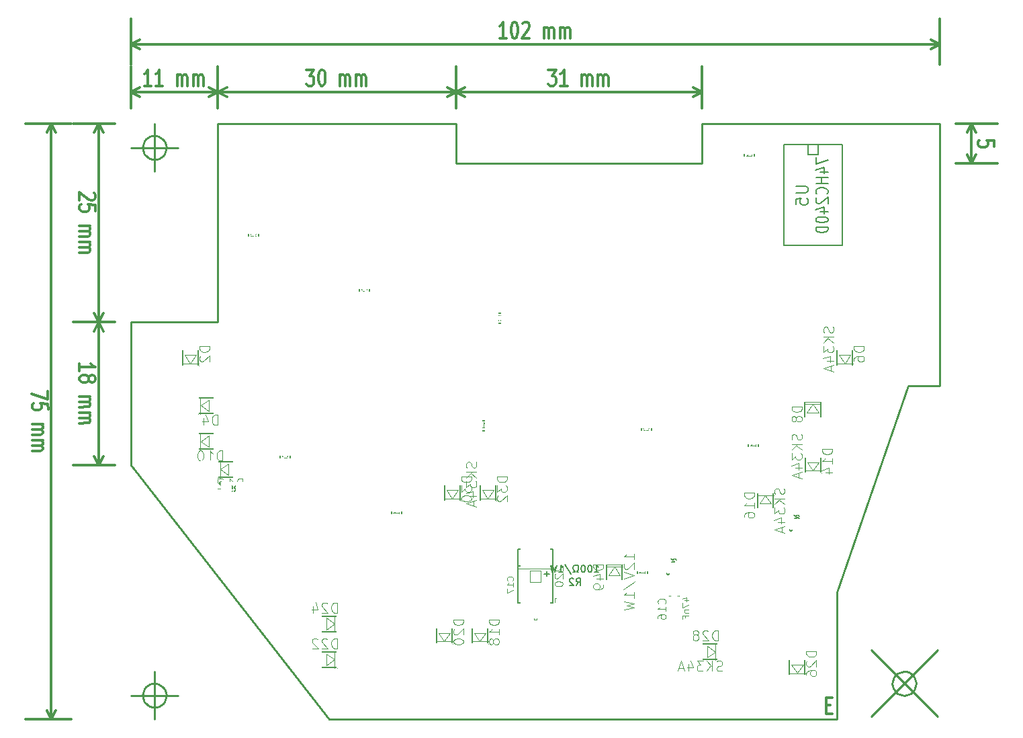
<source format=gbo>
G04 (created by PCBNEW-RS274X (2011-07-20 BZR 3052)-testing) date 2011-07-21 16:28:03*
G01*
G70*
G90*
%MOIN*%
G04 Gerber Fmt 3.4, Leading zero omitted, Abs format*
%FSLAX34Y34*%
G04 APERTURE LIST*
%ADD10C,0.006000*%
%ADD11C,0.012000*%
%ADD12C,0.008700*%
%ADD13C,0.005000*%
%ADD14C,0.008000*%
%ADD15C,0.002600*%
%ADD16C,0.007900*%
%ADD17C,0.007000*%
%ADD18C,0.004000*%
%ADD19C,0.004500*%
%ADD20C,0.003500*%
%ADD21C,0.180000*%
%ADD22R,0.070000X0.040000*%
%ADD23R,0.180000X0.100000*%
%ADD24R,0.075000X0.055000*%
%ADD25R,0.055000X0.075000*%
%ADD26R,0.065000X0.045000*%
%ADD27R,0.045000X0.065000*%
%ADD28R,0.072000X0.072000*%
%ADD29C,0.072000*%
%ADD30C,0.080000*%
%ADD31R,0.080000X0.080000*%
%ADD32R,0.086900X0.090800*%
%ADD33R,0.090800X0.086900*%
%ADD34R,0.145000X0.170000*%
%ADD35R,0.080000X0.070000*%
%ADD36R,0.120000X0.120000*%
%ADD37C,0.120000*%
G04 APERTURE END LIST*
G54D10*
G54D11*
X48298Y-42622D02*
X48498Y-42622D01*
X48584Y-43041D02*
X48298Y-43041D01*
X48298Y-42241D01*
X48584Y-42241D01*
G54D12*
X52363Y-26772D02*
X48819Y-37008D01*
X52756Y-41536D02*
X52744Y-41650D01*
X52711Y-41760D01*
X52657Y-41862D01*
X52584Y-41951D01*
X52495Y-42025D01*
X52394Y-42079D01*
X52284Y-42113D01*
X52170Y-42125D01*
X52056Y-42115D01*
X51945Y-42083D01*
X51843Y-42029D01*
X51754Y-41957D01*
X51680Y-41869D01*
X51624Y-41768D01*
X51589Y-41658D01*
X51577Y-41544D01*
X51586Y-41430D01*
X51618Y-41319D01*
X51671Y-41217D01*
X51742Y-41127D01*
X51830Y-41052D01*
X51930Y-40996D01*
X52040Y-40960D01*
X52154Y-40947D01*
X52268Y-40955D01*
X52379Y-40986D01*
X52482Y-41038D01*
X52572Y-41109D01*
X52648Y-41196D01*
X52704Y-41297D01*
X52741Y-41406D01*
X52755Y-41520D01*
X52756Y-41536D01*
X50513Y-39883D02*
X53819Y-43189D01*
X50513Y-43189D02*
X53819Y-39883D01*
X15551Y-42126D02*
X15539Y-42240D01*
X15506Y-42350D01*
X15452Y-42452D01*
X15379Y-42541D01*
X15290Y-42615D01*
X15189Y-42669D01*
X15079Y-42703D01*
X14965Y-42715D01*
X14851Y-42705D01*
X14740Y-42673D01*
X14638Y-42619D01*
X14549Y-42547D01*
X14475Y-42459D01*
X14419Y-42358D01*
X14384Y-42248D01*
X14372Y-42134D01*
X14381Y-42020D01*
X14413Y-41909D01*
X14466Y-41807D01*
X14537Y-41717D01*
X14625Y-41642D01*
X14725Y-41586D01*
X14835Y-41550D01*
X14949Y-41537D01*
X15063Y-41545D01*
X15174Y-41576D01*
X15277Y-41628D01*
X15367Y-41699D01*
X15443Y-41786D01*
X15499Y-41887D01*
X15536Y-41996D01*
X15550Y-42110D01*
X15551Y-42126D01*
X13780Y-42126D02*
X16142Y-42126D01*
X14961Y-40945D02*
X14961Y-43307D01*
X15551Y-14961D02*
X15539Y-15075D01*
X15506Y-15185D01*
X15452Y-15287D01*
X15379Y-15376D01*
X15290Y-15450D01*
X15189Y-15504D01*
X15079Y-15538D01*
X14965Y-15550D01*
X14851Y-15540D01*
X14740Y-15508D01*
X14638Y-15454D01*
X14549Y-15382D01*
X14475Y-15294D01*
X14419Y-15193D01*
X14384Y-15083D01*
X14372Y-14969D01*
X14381Y-14855D01*
X14413Y-14744D01*
X14466Y-14642D01*
X14537Y-14552D01*
X14625Y-14477D01*
X14725Y-14421D01*
X14835Y-14385D01*
X14949Y-14372D01*
X15063Y-14380D01*
X15174Y-14411D01*
X15277Y-14463D01*
X15367Y-14534D01*
X15443Y-14621D01*
X15499Y-14722D01*
X15536Y-14831D01*
X15550Y-14945D01*
X15551Y-14961D01*
X13780Y-14961D02*
X16142Y-14961D01*
X14961Y-13780D02*
X14961Y-16142D01*
G54D11*
X09677Y-27030D02*
X09678Y-27430D01*
X08878Y-27175D01*
X09679Y-27944D02*
X09678Y-27658D01*
X09297Y-27630D01*
X09335Y-27659D01*
X09374Y-27716D01*
X09374Y-27859D01*
X09336Y-27916D01*
X09298Y-27945D01*
X09222Y-27973D01*
X09032Y-27973D01*
X08955Y-27945D01*
X08917Y-27917D01*
X08879Y-27860D01*
X08879Y-27717D01*
X08916Y-27660D01*
X08954Y-27630D01*
X08880Y-28688D02*
X09414Y-28687D01*
X09337Y-28687D02*
X09375Y-28715D01*
X09414Y-28773D01*
X09415Y-28858D01*
X09376Y-28915D01*
X09300Y-28944D01*
X08881Y-28945D01*
X09300Y-28944D02*
X09376Y-28973D01*
X09415Y-29030D01*
X09415Y-29115D01*
X09376Y-29173D01*
X09300Y-29201D01*
X08881Y-29202D01*
X08882Y-29488D02*
X09416Y-29487D01*
X09339Y-29487D02*
X09377Y-29515D01*
X09416Y-29573D01*
X09416Y-29658D01*
X09377Y-29715D01*
X09301Y-29744D01*
X08882Y-29745D01*
X09301Y-29744D02*
X09377Y-29773D01*
X09416Y-29830D01*
X09416Y-29915D01*
X09377Y-29973D01*
X09302Y-30001D01*
X08883Y-30002D01*
X09844Y-13780D02*
X09844Y-43308D01*
X10827Y-13780D02*
X08564Y-13780D01*
X10827Y-43308D02*
X08564Y-43308D01*
X09844Y-43308D02*
X09614Y-42865D01*
X09844Y-43308D02*
X10074Y-42865D01*
X09844Y-13780D02*
X09614Y-14223D01*
X09844Y-13780D02*
X10074Y-14223D01*
X56627Y-14907D02*
X56627Y-14621D01*
X56246Y-14593D01*
X56284Y-14622D01*
X56322Y-14679D01*
X56322Y-14822D01*
X56284Y-14879D01*
X56246Y-14908D01*
X56170Y-14936D01*
X55980Y-14936D01*
X55903Y-14908D01*
X55865Y-14879D01*
X55827Y-14823D01*
X55827Y-14680D01*
X55865Y-14622D01*
X55903Y-14593D01*
X55511Y-13780D02*
X55511Y-15749D01*
X54725Y-13780D02*
X56791Y-13780D01*
X54725Y-15749D02*
X56791Y-15749D01*
X55511Y-15749D02*
X55281Y-15306D01*
X55511Y-15749D02*
X55741Y-15306D01*
X55511Y-13780D02*
X55281Y-14223D01*
X55511Y-13780D02*
X55741Y-14223D01*
X11240Y-26025D02*
X11239Y-25682D01*
X11240Y-25854D02*
X12040Y-25852D01*
X11926Y-25795D01*
X11850Y-25738D01*
X11811Y-25681D01*
X11698Y-26367D02*
X11736Y-26309D01*
X11774Y-26281D01*
X11850Y-26252D01*
X11888Y-26251D01*
X11964Y-26280D01*
X12003Y-26308D01*
X12041Y-26366D01*
X12041Y-26480D01*
X12003Y-26537D01*
X11965Y-26566D01*
X11889Y-26594D01*
X11851Y-26595D01*
X11775Y-26567D01*
X11736Y-26538D01*
X11698Y-26481D01*
X11698Y-26367D01*
X11660Y-26309D01*
X11621Y-26281D01*
X11545Y-26252D01*
X11393Y-26252D01*
X11316Y-26281D01*
X11279Y-26310D01*
X11241Y-26368D01*
X11241Y-26482D01*
X11279Y-26539D01*
X11317Y-26567D01*
X11394Y-26595D01*
X11546Y-26595D01*
X11622Y-26567D01*
X11660Y-26538D01*
X11698Y-26481D01*
X11242Y-27310D02*
X11776Y-27309D01*
X11699Y-27309D02*
X11737Y-27337D01*
X11776Y-27395D01*
X11777Y-27480D01*
X11738Y-27537D01*
X11662Y-27566D01*
X11243Y-27567D01*
X11662Y-27566D02*
X11738Y-27595D01*
X11777Y-27652D01*
X11777Y-27737D01*
X11738Y-27795D01*
X11662Y-27823D01*
X11243Y-27824D01*
X11244Y-28110D02*
X11778Y-28109D01*
X11701Y-28109D02*
X11739Y-28137D01*
X11778Y-28195D01*
X11778Y-28280D01*
X11739Y-28337D01*
X11663Y-28366D01*
X11244Y-28367D01*
X11663Y-28366D02*
X11739Y-28395D01*
X11778Y-28452D01*
X11778Y-28537D01*
X11739Y-28595D01*
X11664Y-28623D01*
X11245Y-28624D01*
X12206Y-23623D02*
X12206Y-30709D01*
X12993Y-23623D02*
X10926Y-23623D01*
X12993Y-30709D02*
X10926Y-30709D01*
X12206Y-30709D02*
X11976Y-30266D01*
X12206Y-30709D02*
X12436Y-30266D01*
X12206Y-23623D02*
X11976Y-24066D01*
X12206Y-23623D02*
X12436Y-24066D01*
X11963Y-17215D02*
X12001Y-17244D01*
X12040Y-17301D01*
X12040Y-17444D01*
X12002Y-17501D01*
X11964Y-17530D01*
X11888Y-17558D01*
X11812Y-17559D01*
X11697Y-17531D01*
X11239Y-17189D01*
X11240Y-17560D01*
X12041Y-18101D02*
X12040Y-17815D01*
X11659Y-17787D01*
X11697Y-17816D01*
X11736Y-17873D01*
X11736Y-18016D01*
X11698Y-18073D01*
X11660Y-18102D01*
X11584Y-18130D01*
X11394Y-18130D01*
X11317Y-18102D01*
X11279Y-18074D01*
X11241Y-18017D01*
X11241Y-17874D01*
X11278Y-17817D01*
X11316Y-17787D01*
X11242Y-18845D02*
X11776Y-18844D01*
X11699Y-18844D02*
X11737Y-18872D01*
X11776Y-18930D01*
X11777Y-19015D01*
X11738Y-19072D01*
X11662Y-19101D01*
X11243Y-19102D01*
X11662Y-19101D02*
X11738Y-19130D01*
X11777Y-19187D01*
X11777Y-19272D01*
X11738Y-19330D01*
X11662Y-19358D01*
X11243Y-19359D01*
X11244Y-19645D02*
X11778Y-19644D01*
X11701Y-19644D02*
X11739Y-19672D01*
X11778Y-19730D01*
X11778Y-19815D01*
X11739Y-19872D01*
X11663Y-19901D01*
X11244Y-19902D01*
X11663Y-19901D02*
X11739Y-19930D01*
X11778Y-19987D01*
X11778Y-20072D01*
X11739Y-20130D01*
X11664Y-20158D01*
X11245Y-20159D01*
X12206Y-13780D02*
X12206Y-23623D01*
X12993Y-13780D02*
X10926Y-13780D01*
X12993Y-23623D02*
X10926Y-23623D01*
X12206Y-23623D02*
X11976Y-23180D01*
X12206Y-23623D02*
X12436Y-23180D01*
X12206Y-13780D02*
X11976Y-14223D01*
X12206Y-13780D02*
X12436Y-14223D01*
X32430Y-09528D02*
X32087Y-09528D01*
X32259Y-09528D02*
X32259Y-08728D01*
X32202Y-08842D01*
X32144Y-08918D01*
X32087Y-08956D01*
X32801Y-08728D02*
X32858Y-08728D01*
X32915Y-08766D01*
X32944Y-08804D01*
X32973Y-08880D01*
X33001Y-09033D01*
X33001Y-09223D01*
X32973Y-09375D01*
X32944Y-09452D01*
X32915Y-09490D01*
X32858Y-09528D01*
X32801Y-09528D01*
X32744Y-09490D01*
X32715Y-09452D01*
X32687Y-09375D01*
X32658Y-09223D01*
X32658Y-09033D01*
X32687Y-08880D01*
X32715Y-08804D01*
X32744Y-08766D01*
X32801Y-08728D01*
X33229Y-08804D02*
X33258Y-08766D01*
X33315Y-08728D01*
X33458Y-08728D01*
X33515Y-08766D01*
X33544Y-08804D01*
X33572Y-08880D01*
X33572Y-08956D01*
X33544Y-09071D01*
X33201Y-09528D01*
X33572Y-09528D01*
X34286Y-09528D02*
X34286Y-08994D01*
X34286Y-09071D02*
X34314Y-09033D01*
X34372Y-08994D01*
X34457Y-08994D01*
X34514Y-09033D01*
X34543Y-09109D01*
X34543Y-09528D01*
X34543Y-09109D02*
X34572Y-09033D01*
X34629Y-08994D01*
X34714Y-08994D01*
X34772Y-09033D01*
X34800Y-09109D01*
X34800Y-09528D01*
X35086Y-09528D02*
X35086Y-08994D01*
X35086Y-09071D02*
X35114Y-09033D01*
X35172Y-08994D01*
X35257Y-08994D01*
X35314Y-09033D01*
X35343Y-09109D01*
X35343Y-09528D01*
X35343Y-09109D02*
X35372Y-09033D01*
X35429Y-08994D01*
X35514Y-08994D01*
X35572Y-09033D01*
X35600Y-09109D01*
X35600Y-09528D01*
X13780Y-09844D02*
X53937Y-09844D01*
X13780Y-10827D02*
X13780Y-08564D01*
X53937Y-10827D02*
X53937Y-08564D01*
X53937Y-09844D02*
X53494Y-10074D01*
X53937Y-09844D02*
X53494Y-09614D01*
X13780Y-09844D02*
X14223Y-10074D01*
X13780Y-09844D02*
X14223Y-09614D01*
X34511Y-11090D02*
X34882Y-11090D01*
X34682Y-11395D01*
X34768Y-11395D01*
X34825Y-11433D01*
X34854Y-11471D01*
X34882Y-11547D01*
X34882Y-11737D01*
X34854Y-11814D01*
X34825Y-11852D01*
X34768Y-11890D01*
X34596Y-11890D01*
X34539Y-11852D01*
X34511Y-11814D01*
X35453Y-11890D02*
X35110Y-11890D01*
X35282Y-11890D02*
X35282Y-11090D01*
X35225Y-11204D01*
X35167Y-11280D01*
X35110Y-11318D01*
X36167Y-11890D02*
X36167Y-11356D01*
X36167Y-11433D02*
X36195Y-11395D01*
X36253Y-11356D01*
X36338Y-11356D01*
X36395Y-11395D01*
X36424Y-11471D01*
X36424Y-11890D01*
X36424Y-11471D02*
X36453Y-11395D01*
X36510Y-11356D01*
X36595Y-11356D01*
X36653Y-11395D01*
X36681Y-11471D01*
X36681Y-11890D01*
X36967Y-11890D02*
X36967Y-11356D01*
X36967Y-11433D02*
X36995Y-11395D01*
X37053Y-11356D01*
X37138Y-11356D01*
X37195Y-11395D01*
X37224Y-11471D01*
X37224Y-11890D01*
X37224Y-11471D02*
X37253Y-11395D01*
X37310Y-11356D01*
X37395Y-11356D01*
X37453Y-11395D01*
X37481Y-11471D01*
X37481Y-11890D01*
X29922Y-12206D02*
X42126Y-12206D01*
X29922Y-12993D02*
X29922Y-10926D01*
X42126Y-12993D02*
X42126Y-10926D01*
X42126Y-12206D02*
X41683Y-12436D01*
X42126Y-12206D02*
X41683Y-11976D01*
X29922Y-12206D02*
X30365Y-12436D01*
X29922Y-12206D02*
X30365Y-11976D01*
X22503Y-11090D02*
X22874Y-11090D01*
X22674Y-11395D01*
X22760Y-11395D01*
X22817Y-11433D01*
X22846Y-11471D01*
X22874Y-11547D01*
X22874Y-11737D01*
X22846Y-11814D01*
X22817Y-11852D01*
X22760Y-11890D01*
X22588Y-11890D01*
X22531Y-11852D01*
X22503Y-11814D01*
X23245Y-11090D02*
X23302Y-11090D01*
X23359Y-11128D01*
X23388Y-11166D01*
X23417Y-11242D01*
X23445Y-11395D01*
X23445Y-11585D01*
X23417Y-11737D01*
X23388Y-11814D01*
X23359Y-11852D01*
X23302Y-11890D01*
X23245Y-11890D01*
X23188Y-11852D01*
X23159Y-11814D01*
X23131Y-11737D01*
X23102Y-11585D01*
X23102Y-11395D01*
X23131Y-11242D01*
X23159Y-11166D01*
X23188Y-11128D01*
X23245Y-11090D01*
X24159Y-11890D02*
X24159Y-11356D01*
X24159Y-11433D02*
X24187Y-11395D01*
X24245Y-11356D01*
X24330Y-11356D01*
X24387Y-11395D01*
X24416Y-11471D01*
X24416Y-11890D01*
X24416Y-11471D02*
X24445Y-11395D01*
X24502Y-11356D01*
X24587Y-11356D01*
X24645Y-11395D01*
X24673Y-11471D01*
X24673Y-11890D01*
X24959Y-11890D02*
X24959Y-11356D01*
X24959Y-11433D02*
X24987Y-11395D01*
X25045Y-11356D01*
X25130Y-11356D01*
X25187Y-11395D01*
X25216Y-11471D01*
X25216Y-11890D01*
X25216Y-11471D02*
X25245Y-11395D01*
X25302Y-11356D01*
X25387Y-11356D01*
X25445Y-11395D01*
X25473Y-11471D01*
X25473Y-11890D01*
X18111Y-12206D02*
X29922Y-12206D01*
X18111Y-12993D02*
X18111Y-10926D01*
X29922Y-12993D02*
X29922Y-10926D01*
X29922Y-12206D02*
X29479Y-12436D01*
X29922Y-12206D02*
X29479Y-11976D01*
X18111Y-12206D02*
X18554Y-12436D01*
X18111Y-12206D02*
X18554Y-11976D01*
G54D12*
X42126Y-15749D02*
X29922Y-15749D01*
X42126Y-13780D02*
X42126Y-15749D01*
X53937Y-13780D02*
X42126Y-13780D01*
X29922Y-13780D02*
X29922Y-15749D01*
X18111Y-13780D02*
X29922Y-13780D01*
X18111Y-21654D02*
X18111Y-13780D01*
X53937Y-26772D02*
X53937Y-13780D01*
X52363Y-26772D02*
X53937Y-26772D01*
X48819Y-37008D02*
X48819Y-43308D01*
X37796Y-43308D02*
X48819Y-43308D01*
X23623Y-43308D02*
X33859Y-43308D01*
G54D11*
X14803Y-11890D02*
X14460Y-11890D01*
X14632Y-11890D02*
X14632Y-11090D01*
X14575Y-11204D01*
X14517Y-11280D01*
X14460Y-11318D01*
X15374Y-11890D02*
X15031Y-11890D01*
X15203Y-11890D02*
X15203Y-11090D01*
X15146Y-11204D01*
X15088Y-11280D01*
X15031Y-11318D01*
X16088Y-11890D02*
X16088Y-11356D01*
X16088Y-11433D02*
X16116Y-11395D01*
X16174Y-11356D01*
X16259Y-11356D01*
X16316Y-11395D01*
X16345Y-11471D01*
X16345Y-11890D01*
X16345Y-11471D02*
X16374Y-11395D01*
X16431Y-11356D01*
X16516Y-11356D01*
X16574Y-11395D01*
X16602Y-11471D01*
X16602Y-11890D01*
X16888Y-11890D02*
X16888Y-11356D01*
X16888Y-11433D02*
X16916Y-11395D01*
X16974Y-11356D01*
X17059Y-11356D01*
X17116Y-11395D01*
X17145Y-11471D01*
X17145Y-11890D01*
X17145Y-11471D02*
X17174Y-11395D01*
X17231Y-11356D01*
X17316Y-11356D01*
X17374Y-11395D01*
X17402Y-11471D01*
X17402Y-11890D01*
X13780Y-12206D02*
X18111Y-12206D01*
X13780Y-12993D02*
X13780Y-10926D01*
X18111Y-12993D02*
X18111Y-10926D01*
X18111Y-12206D02*
X17668Y-12436D01*
X18111Y-12206D02*
X17668Y-11976D01*
X13780Y-12206D02*
X14223Y-12436D01*
X13780Y-12206D02*
X14223Y-11976D01*
G54D12*
X33859Y-43308D02*
X37796Y-43308D01*
X23623Y-43308D02*
X13780Y-30709D01*
X13780Y-23623D02*
X13780Y-30709D01*
X18111Y-23623D02*
X13780Y-23623D01*
X18111Y-21654D02*
X18111Y-23623D01*
G54D13*
X49088Y-19823D02*
X46188Y-19823D01*
X46188Y-14823D02*
X49088Y-14823D01*
X49088Y-19823D02*
X49088Y-14823D01*
X46188Y-14823D02*
X46188Y-19823D01*
X47388Y-14823D02*
X47388Y-15323D01*
X47388Y-15323D02*
X47888Y-15323D01*
X47888Y-15323D02*
X47888Y-14823D01*
G54D14*
X34977Y-34671D02*
X34977Y-35571D01*
X36677Y-35571D02*
X36677Y-34671D01*
X34977Y-36871D02*
X34977Y-37771D01*
X36677Y-37771D02*
X36677Y-36871D01*
X34977Y-37771D02*
X36677Y-37771D01*
X36677Y-34671D02*
X34977Y-34671D01*
G54D13*
X46601Y-33918D02*
X46600Y-33927D01*
X46597Y-33937D01*
X46592Y-33945D01*
X46586Y-33953D01*
X46578Y-33959D01*
X46570Y-33964D01*
X46561Y-33966D01*
X46551Y-33967D01*
X46542Y-33967D01*
X46533Y-33964D01*
X46524Y-33959D01*
X46517Y-33953D01*
X46510Y-33946D01*
X46506Y-33937D01*
X46503Y-33928D01*
X46502Y-33918D01*
X46502Y-33909D01*
X46505Y-33900D01*
X46509Y-33891D01*
X46516Y-33884D01*
X46523Y-33877D01*
X46531Y-33873D01*
X46541Y-33870D01*
X46550Y-33869D01*
X46559Y-33869D01*
X46569Y-33872D01*
X46577Y-33876D01*
X46585Y-33882D01*
X46591Y-33890D01*
X46596Y-33898D01*
X46599Y-33907D01*
X46600Y-33917D01*
X46601Y-33918D01*
X46551Y-33468D02*
X46551Y-33868D01*
X46551Y-33868D02*
X47151Y-33868D01*
X47151Y-33868D02*
X47151Y-33468D01*
X47151Y-33068D02*
X47151Y-32668D01*
X47151Y-32668D02*
X46551Y-32668D01*
X46551Y-32668D02*
X46551Y-33068D01*
X18298Y-31590D02*
X18297Y-31599D01*
X18294Y-31609D01*
X18289Y-31617D01*
X18283Y-31625D01*
X18275Y-31631D01*
X18267Y-31636D01*
X18258Y-31638D01*
X18248Y-31639D01*
X18239Y-31639D01*
X18230Y-31636D01*
X18221Y-31631D01*
X18214Y-31625D01*
X18207Y-31618D01*
X18203Y-31609D01*
X18200Y-31600D01*
X18199Y-31590D01*
X18199Y-31581D01*
X18202Y-31572D01*
X18206Y-31563D01*
X18213Y-31556D01*
X18220Y-31549D01*
X18228Y-31545D01*
X18238Y-31542D01*
X18247Y-31541D01*
X18256Y-31541D01*
X18266Y-31544D01*
X18274Y-31548D01*
X18282Y-31554D01*
X18288Y-31562D01*
X18293Y-31570D01*
X18296Y-31579D01*
X18297Y-31589D01*
X18298Y-31590D01*
X18698Y-31590D02*
X18298Y-31590D01*
X18298Y-31590D02*
X18298Y-32190D01*
X18298Y-32190D02*
X18698Y-32190D01*
X19098Y-32190D02*
X19498Y-32190D01*
X19498Y-32190D02*
X19498Y-31590D01*
X19498Y-31590D02*
X19098Y-31590D01*
X40499Y-36084D02*
X40498Y-36093D01*
X40495Y-36103D01*
X40490Y-36111D01*
X40484Y-36119D01*
X40476Y-36125D01*
X40468Y-36130D01*
X40459Y-36132D01*
X40449Y-36133D01*
X40440Y-36133D01*
X40431Y-36130D01*
X40422Y-36125D01*
X40415Y-36119D01*
X40408Y-36112D01*
X40404Y-36103D01*
X40401Y-36094D01*
X40400Y-36084D01*
X40400Y-36075D01*
X40403Y-36066D01*
X40407Y-36057D01*
X40414Y-36050D01*
X40421Y-36043D01*
X40429Y-36039D01*
X40439Y-36036D01*
X40448Y-36035D01*
X40457Y-36035D01*
X40467Y-36038D01*
X40475Y-36042D01*
X40483Y-36048D01*
X40489Y-36056D01*
X40494Y-36064D01*
X40497Y-36073D01*
X40498Y-36083D01*
X40499Y-36084D01*
X40449Y-35634D02*
X40449Y-36034D01*
X40449Y-36034D02*
X41049Y-36034D01*
X41049Y-36034D02*
X41049Y-35634D01*
X41049Y-35234D02*
X41049Y-34834D01*
X41049Y-34834D02*
X40449Y-34834D01*
X40449Y-34834D02*
X40449Y-35234D01*
X39424Y-36474D02*
X39424Y-35574D01*
X39424Y-35574D02*
X38924Y-35574D01*
X38924Y-35574D02*
X38924Y-36474D01*
X38924Y-36474D02*
X39424Y-36474D01*
X44739Y-15805D02*
X44739Y-14905D01*
X44739Y-14905D02*
X44239Y-14905D01*
X44239Y-14905D02*
X44239Y-15805D01*
X44239Y-15805D02*
X44739Y-15805D01*
X44936Y-30175D02*
X44936Y-29275D01*
X44936Y-29275D02*
X44436Y-29275D01*
X44436Y-29275D02*
X44436Y-30175D01*
X44436Y-30175D02*
X44936Y-30175D01*
X30850Y-28991D02*
X31750Y-28991D01*
X31750Y-28991D02*
X31750Y-28491D01*
X31750Y-28491D02*
X30850Y-28491D01*
X30850Y-28491D02*
X30850Y-28991D01*
X19632Y-18842D02*
X19632Y-19742D01*
X19632Y-19742D02*
X20132Y-19742D01*
X20132Y-19742D02*
X20132Y-18842D01*
X20132Y-18842D02*
X19632Y-18842D01*
X21207Y-29865D02*
X21207Y-30765D01*
X21207Y-30765D02*
X21707Y-30765D01*
X21707Y-30765D02*
X21707Y-29865D01*
X21707Y-29865D02*
X21207Y-29865D01*
X31637Y-23676D02*
X32537Y-23676D01*
X32537Y-23676D02*
X32537Y-23176D01*
X32537Y-23176D02*
X31637Y-23176D01*
X31637Y-23176D02*
X31637Y-23676D01*
X39621Y-29387D02*
X39621Y-28487D01*
X39621Y-28487D02*
X39121Y-28487D01*
X39121Y-28487D02*
X39121Y-29387D01*
X39121Y-29387D02*
X39621Y-29387D01*
X25644Y-22498D02*
X25644Y-21598D01*
X25644Y-21598D02*
X25144Y-21598D01*
X25144Y-21598D02*
X25144Y-22498D01*
X25144Y-22498D02*
X25644Y-22498D01*
X27219Y-33521D02*
X27219Y-32621D01*
X27219Y-32621D02*
X26719Y-32621D01*
X26719Y-32621D02*
X26719Y-33521D01*
X26719Y-33521D02*
X27219Y-33521D01*
G54D15*
X48810Y-25669D02*
X49636Y-25669D01*
X48810Y-25787D02*
X49636Y-25787D01*
G54D16*
X49606Y-26299D02*
X49606Y-24489D01*
G54D14*
X48839Y-24489D02*
X48839Y-26299D01*
G54D15*
X49213Y-25668D02*
X49508Y-25256D01*
X49508Y-25256D02*
X48938Y-25256D01*
X48938Y-25256D02*
X49213Y-25668D01*
X17245Y-27353D02*
X17245Y-28179D01*
X17127Y-27353D02*
X17127Y-28179D01*
G54D16*
X16615Y-28149D02*
X18425Y-28149D01*
G54D14*
X18425Y-27382D02*
X16615Y-27382D01*
G54D15*
X17246Y-27756D02*
X17658Y-28051D01*
X17658Y-28051D02*
X17658Y-27481D01*
X17658Y-27481D02*
X17246Y-27756D01*
X16330Y-25669D02*
X17156Y-25669D01*
X16330Y-25787D02*
X17156Y-25787D01*
G54D16*
X17126Y-26299D02*
X17126Y-24489D01*
G54D14*
X16359Y-24489D02*
X16359Y-26299D01*
G54D15*
X16733Y-25668D02*
X17028Y-25256D01*
X17028Y-25256D02*
X16458Y-25256D01*
X16458Y-25256D02*
X16733Y-25668D01*
X23898Y-38986D02*
X23898Y-38160D01*
X24016Y-38986D02*
X24016Y-38160D01*
G54D16*
X24528Y-38190D02*
X22718Y-38190D01*
G54D14*
X22718Y-38957D02*
X24528Y-38957D01*
G54D15*
X23897Y-38583D02*
X23485Y-38288D01*
X23485Y-38288D02*
X23485Y-38858D01*
X23485Y-38858D02*
X23897Y-38583D01*
X46448Y-41024D02*
X47274Y-41024D01*
X46448Y-41142D02*
X47274Y-41142D01*
G54D16*
X47244Y-41654D02*
X47244Y-39844D01*
G54D14*
X46477Y-39844D02*
X46477Y-41654D01*
G54D15*
X46851Y-41023D02*
X47146Y-40611D01*
X47146Y-40611D02*
X46576Y-40611D01*
X46576Y-40611D02*
X46851Y-41023D01*
X42795Y-40364D02*
X42795Y-39538D01*
X42913Y-40364D02*
X42913Y-39538D01*
G54D16*
X43425Y-39568D02*
X41615Y-39568D01*
G54D14*
X41615Y-40335D02*
X43425Y-40335D01*
G54D15*
X42794Y-39961D02*
X42382Y-39666D01*
X42382Y-39666D02*
X42382Y-40236D01*
X42382Y-40236D02*
X42794Y-39961D01*
X29322Y-32362D02*
X30148Y-32362D01*
X29322Y-32480D02*
X30148Y-32480D01*
G54D16*
X30118Y-32992D02*
X30118Y-31182D01*
G54D14*
X29351Y-31182D02*
X29351Y-32992D01*
G54D15*
X29725Y-32361D02*
X30020Y-31949D01*
X30020Y-31949D02*
X29450Y-31949D01*
X29450Y-31949D02*
X29725Y-32361D01*
X31094Y-32362D02*
X31920Y-32362D01*
X31094Y-32480D02*
X31920Y-32480D01*
G54D16*
X31890Y-32992D02*
X31890Y-31182D01*
G54D14*
X31123Y-31182D02*
X31123Y-32992D01*
G54D15*
X31497Y-32361D02*
X31792Y-31949D01*
X31792Y-31949D02*
X31222Y-31949D01*
X31222Y-31949D02*
X31497Y-32361D01*
X23898Y-40758D02*
X23898Y-39932D01*
X24016Y-40758D02*
X24016Y-39932D01*
G54D16*
X24528Y-39962D02*
X22718Y-39962D01*
G54D14*
X22718Y-40729D02*
X24528Y-40729D01*
G54D15*
X23897Y-40355D02*
X23485Y-40060D01*
X23485Y-40060D02*
X23485Y-40630D01*
X23485Y-40630D02*
X23897Y-40355D01*
X28928Y-39449D02*
X29754Y-39449D01*
X28928Y-39567D02*
X29754Y-39567D01*
G54D16*
X29724Y-40079D02*
X29724Y-38269D01*
G54D14*
X28957Y-38269D02*
X28957Y-40079D01*
G54D15*
X29331Y-39448D02*
X29626Y-39036D01*
X29626Y-39036D02*
X29056Y-39036D01*
X29056Y-39036D02*
X29331Y-39448D01*
X38199Y-35749D02*
X37373Y-35749D01*
X38199Y-35631D02*
X37373Y-35631D01*
G54D16*
X37403Y-35119D02*
X37403Y-36929D01*
G54D14*
X38170Y-36929D02*
X38170Y-35119D01*
G54D15*
X37796Y-35750D02*
X37501Y-36162D01*
X37501Y-36162D02*
X38071Y-36162D01*
X38071Y-36162D02*
X37796Y-35750D01*
X48041Y-27678D02*
X47215Y-27678D01*
X48041Y-27560D02*
X47215Y-27560D01*
G54D16*
X47245Y-27048D02*
X47245Y-28858D01*
G54D14*
X48012Y-28858D02*
X48012Y-27048D01*
G54D15*
X47638Y-27679D02*
X47343Y-28091D01*
X47343Y-28091D02*
X47913Y-28091D01*
X47913Y-28091D02*
X47638Y-27679D01*
X17245Y-29125D02*
X17245Y-29951D01*
X17127Y-29125D02*
X17127Y-29951D01*
G54D16*
X16615Y-29921D02*
X18425Y-29921D01*
G54D14*
X18425Y-29154D02*
X16615Y-29154D01*
G54D15*
X17246Y-29528D02*
X17658Y-29823D01*
X17658Y-29823D02*
X17658Y-29253D01*
X17658Y-29253D02*
X17246Y-29528D01*
X18229Y-30503D02*
X18229Y-31329D01*
X18111Y-30503D02*
X18111Y-31329D01*
G54D16*
X17599Y-31299D02*
X19409Y-31299D01*
G54D14*
X19409Y-30532D02*
X17599Y-30532D01*
G54D15*
X18230Y-30906D02*
X18642Y-31201D01*
X18642Y-31201D02*
X18642Y-30631D01*
X18642Y-30631D02*
X18230Y-30906D01*
X47235Y-30984D02*
X48061Y-30984D01*
X47235Y-31102D02*
X48061Y-31102D01*
G54D16*
X48031Y-31614D02*
X48031Y-29804D01*
G54D14*
X47264Y-29804D02*
X47264Y-31614D01*
G54D15*
X47638Y-30983D02*
X47933Y-30571D01*
X47933Y-30571D02*
X47363Y-30571D01*
X47363Y-30571D02*
X47638Y-30983D01*
X45679Y-32206D02*
X44853Y-32206D01*
X45679Y-32088D02*
X44853Y-32088D01*
G54D16*
X44883Y-31576D02*
X44883Y-33386D01*
G54D14*
X45650Y-33386D02*
X45650Y-31576D01*
G54D15*
X45276Y-32207D02*
X44981Y-32619D01*
X44981Y-32619D02*
X45551Y-32619D01*
X45551Y-32619D02*
X45276Y-32207D01*
X30700Y-39449D02*
X31526Y-39449D01*
X30700Y-39567D02*
X31526Y-39567D01*
G54D16*
X31496Y-40079D02*
X31496Y-38269D01*
G54D14*
X30729Y-38269D02*
X30729Y-40079D01*
G54D15*
X31103Y-39448D02*
X31398Y-39036D01*
X31398Y-39036D02*
X30828Y-39036D01*
X30828Y-39036D02*
X31103Y-39448D01*
X34234Y-35136D02*
X34234Y-34511D01*
X34234Y-34511D02*
X34359Y-34511D01*
X34359Y-35136D02*
X34359Y-34511D01*
X34234Y-35136D02*
X34359Y-35136D01*
X33797Y-38369D02*
X33797Y-36869D01*
X33797Y-36869D02*
X33921Y-36869D01*
X33921Y-38369D02*
X33921Y-36869D01*
X33797Y-38369D02*
X33921Y-38369D01*
X32985Y-35710D02*
X32985Y-34886D01*
X32985Y-34886D02*
X34725Y-34886D01*
X34725Y-35710D02*
X34725Y-34886D01*
X32985Y-35710D02*
X34725Y-35710D01*
X33360Y-35136D02*
X33360Y-34511D01*
X33360Y-34511D02*
X33485Y-34511D01*
X33485Y-35136D02*
X33485Y-34511D01*
X33360Y-35136D02*
X33485Y-35136D01*
X33584Y-36496D02*
X33584Y-35946D01*
X33584Y-35946D02*
X34134Y-35946D01*
X34134Y-36496D02*
X34134Y-35946D01*
X33584Y-36496D02*
X34134Y-36496D01*
X32984Y-35846D02*
X32984Y-35659D01*
X32984Y-35659D02*
X34734Y-35659D01*
X34734Y-35846D02*
X34734Y-35659D01*
X32984Y-35846D02*
X34734Y-35846D01*
G54D14*
X34734Y-37556D02*
X34734Y-34886D01*
X32984Y-37556D02*
X32984Y-34886D01*
G54D17*
X34421Y-36215D02*
X34421Y-35965D01*
G54D14*
X34546Y-36090D02*
X34296Y-36090D01*
X34734Y-37556D02*
X32984Y-37556D01*
X34734Y-34886D02*
X32984Y-34886D01*
G54D15*
X41034Y-36776D02*
X41034Y-37071D01*
X41034Y-37071D02*
X40464Y-37071D01*
X40464Y-36776D02*
X40464Y-37071D01*
X41034Y-36776D02*
X40464Y-36776D01*
X41034Y-37345D02*
X41034Y-37640D01*
X41034Y-37640D02*
X40464Y-37640D01*
X40464Y-37345D02*
X40464Y-37640D01*
X41034Y-37345D02*
X40464Y-37345D01*
X40936Y-37143D02*
X40936Y-37267D01*
X40936Y-37267D02*
X40562Y-37267D01*
X40562Y-37143D02*
X40562Y-37267D01*
X40936Y-37143D02*
X40562Y-37143D01*
G54D18*
X40490Y-37055D02*
X40490Y-37355D01*
X41008Y-37065D02*
X41008Y-37355D01*
G54D13*
X46781Y-16866D02*
X47267Y-16866D01*
X47324Y-16894D01*
X47352Y-16923D01*
X47381Y-16980D01*
X47381Y-17094D01*
X47352Y-17152D01*
X47324Y-17180D01*
X47267Y-17209D01*
X46781Y-17209D01*
X46781Y-17781D02*
X46781Y-17495D01*
X47067Y-17466D01*
X47038Y-17495D01*
X47009Y-17552D01*
X47009Y-17695D01*
X47038Y-17752D01*
X47067Y-17781D01*
X47124Y-17809D01*
X47267Y-17809D01*
X47324Y-17781D01*
X47352Y-17752D01*
X47381Y-17695D01*
X47381Y-17552D01*
X47352Y-17495D01*
X47324Y-17466D01*
X47781Y-15442D02*
X47781Y-15776D01*
X48381Y-15561D01*
X47981Y-16180D02*
X48381Y-16180D01*
X47752Y-16061D02*
X48181Y-15942D01*
X48181Y-16252D01*
X48381Y-16442D02*
X47781Y-16442D01*
X48067Y-16442D02*
X48067Y-16728D01*
X48381Y-16728D02*
X47781Y-16728D01*
X48324Y-17252D02*
X48352Y-17228D01*
X48381Y-17157D01*
X48381Y-17109D01*
X48352Y-17037D01*
X48295Y-16990D01*
X48238Y-16966D01*
X48124Y-16942D01*
X48038Y-16942D01*
X47924Y-16966D01*
X47867Y-16990D01*
X47809Y-17037D01*
X47781Y-17109D01*
X47781Y-17157D01*
X47809Y-17228D01*
X47838Y-17252D01*
X47838Y-17442D02*
X47809Y-17466D01*
X47781Y-17514D01*
X47781Y-17633D01*
X47809Y-17680D01*
X47838Y-17704D01*
X47895Y-17728D01*
X47952Y-17728D01*
X48038Y-17704D01*
X48381Y-17418D01*
X48381Y-17728D01*
X47981Y-18156D02*
X48381Y-18156D01*
X47752Y-18037D02*
X48181Y-17918D01*
X48181Y-18228D01*
X47781Y-18513D02*
X47781Y-18561D01*
X47809Y-18609D01*
X47838Y-18632D01*
X47895Y-18656D01*
X48009Y-18680D01*
X48152Y-18680D01*
X48267Y-18656D01*
X48324Y-18632D01*
X48352Y-18609D01*
X48381Y-18561D01*
X48381Y-18513D01*
X48352Y-18466D01*
X48324Y-18442D01*
X48267Y-18418D01*
X48152Y-18394D01*
X48009Y-18394D01*
X47895Y-18418D01*
X47838Y-18442D01*
X47809Y-18466D01*
X47781Y-18513D01*
X48381Y-18894D02*
X47781Y-18894D01*
X47781Y-19013D01*
X47809Y-19085D01*
X47867Y-19132D01*
X47924Y-19156D01*
X48038Y-19180D01*
X48124Y-19180D01*
X48238Y-19156D01*
X48295Y-19132D01*
X48352Y-19085D01*
X48381Y-19013D01*
X48381Y-18894D01*
G54D10*
X35885Y-36663D02*
X36001Y-36496D01*
X36085Y-36663D02*
X36085Y-36313D01*
X35951Y-36313D01*
X35918Y-36329D01*
X35901Y-36346D01*
X35885Y-36379D01*
X35885Y-36429D01*
X35901Y-36463D01*
X35918Y-36479D01*
X35951Y-36496D01*
X36085Y-36496D01*
X35751Y-36346D02*
X35735Y-36329D01*
X35701Y-36313D01*
X35618Y-36313D01*
X35585Y-36329D01*
X35568Y-36346D01*
X35551Y-36379D01*
X35551Y-36413D01*
X35568Y-36463D01*
X35768Y-36663D01*
X35551Y-36663D01*
X36809Y-36013D02*
X37009Y-36013D01*
X36909Y-36013D02*
X36909Y-35663D01*
X36943Y-35713D01*
X36976Y-35746D01*
X37009Y-35763D01*
X36593Y-35663D02*
X36560Y-35663D01*
X36526Y-35679D01*
X36510Y-35696D01*
X36493Y-35729D01*
X36476Y-35796D01*
X36476Y-35879D01*
X36493Y-35946D01*
X36510Y-35979D01*
X36526Y-35996D01*
X36560Y-36013D01*
X36593Y-36013D01*
X36626Y-35996D01*
X36643Y-35979D01*
X36660Y-35946D01*
X36676Y-35879D01*
X36676Y-35796D01*
X36660Y-35729D01*
X36643Y-35696D01*
X36626Y-35679D01*
X36593Y-35663D01*
X36260Y-35663D02*
X36227Y-35663D01*
X36193Y-35679D01*
X36177Y-35696D01*
X36160Y-35729D01*
X36143Y-35796D01*
X36143Y-35879D01*
X36160Y-35946D01*
X36177Y-35979D01*
X36193Y-35996D01*
X36227Y-36013D01*
X36260Y-36013D01*
X36293Y-35996D01*
X36310Y-35979D01*
X36327Y-35946D01*
X36343Y-35879D01*
X36343Y-35796D01*
X36327Y-35729D01*
X36310Y-35696D01*
X36293Y-35679D01*
X36260Y-35663D01*
X36010Y-36013D02*
X35927Y-36013D01*
X35927Y-35946D01*
X35960Y-35929D01*
X35994Y-35896D01*
X36010Y-35846D01*
X36010Y-35763D01*
X35994Y-35713D01*
X35960Y-35679D01*
X35910Y-35663D01*
X35844Y-35663D01*
X35794Y-35679D01*
X35760Y-35713D01*
X35744Y-35763D01*
X35744Y-35846D01*
X35760Y-35896D01*
X35794Y-35929D01*
X35827Y-35946D01*
X35827Y-36013D01*
X35744Y-36013D01*
X35344Y-35646D02*
X35644Y-36096D01*
X35043Y-36013D02*
X35243Y-36013D01*
X35143Y-36013D02*
X35143Y-35663D01*
X35177Y-35713D01*
X35210Y-35746D01*
X35243Y-35763D01*
X34927Y-35663D02*
X34844Y-36013D01*
X34777Y-35763D01*
X34710Y-36013D01*
X34627Y-35663D01*
G54D13*
X46952Y-33226D02*
X46833Y-33143D01*
X46952Y-33084D02*
X46702Y-33084D01*
X46702Y-33179D01*
X46714Y-33203D01*
X46726Y-33214D01*
X46750Y-33226D01*
X46786Y-33226D01*
X46809Y-33214D01*
X46821Y-33203D01*
X46833Y-33179D01*
X46833Y-33084D01*
X46702Y-33441D02*
X46702Y-33393D01*
X46714Y-33369D01*
X46726Y-33357D01*
X46762Y-33334D01*
X46809Y-33322D01*
X46905Y-33322D01*
X46928Y-33334D01*
X46940Y-33345D01*
X46952Y-33369D01*
X46952Y-33417D01*
X46940Y-33441D01*
X46928Y-33453D01*
X46905Y-33464D01*
X46845Y-33464D01*
X46821Y-33453D01*
X46809Y-33441D01*
X46797Y-33417D01*
X46797Y-33369D01*
X46809Y-33345D01*
X46821Y-33334D01*
X46845Y-33322D01*
X18940Y-31991D02*
X19023Y-31872D01*
X19082Y-31991D02*
X19082Y-31741D01*
X18987Y-31741D01*
X18963Y-31753D01*
X18952Y-31765D01*
X18940Y-31789D01*
X18940Y-31825D01*
X18952Y-31848D01*
X18963Y-31860D01*
X18987Y-31872D01*
X19082Y-31872D01*
X18713Y-31741D02*
X18832Y-31741D01*
X18844Y-31860D01*
X18832Y-31848D01*
X18809Y-31836D01*
X18749Y-31836D01*
X18725Y-31848D01*
X18713Y-31860D01*
X18702Y-31884D01*
X18702Y-31944D01*
X18713Y-31967D01*
X18725Y-31979D01*
X18749Y-31991D01*
X18809Y-31991D01*
X18832Y-31979D01*
X18844Y-31967D01*
X40850Y-35392D02*
X40731Y-35309D01*
X40850Y-35250D02*
X40600Y-35250D01*
X40600Y-35345D01*
X40612Y-35369D01*
X40624Y-35380D01*
X40648Y-35392D01*
X40684Y-35392D01*
X40707Y-35380D01*
X40719Y-35369D01*
X40731Y-35345D01*
X40731Y-35250D01*
X40684Y-35607D02*
X40850Y-35607D01*
X40588Y-35547D02*
X40767Y-35488D01*
X40767Y-35642D01*
G54D19*
X39261Y-35909D02*
X39274Y-35900D01*
X39287Y-35874D01*
X39287Y-35857D01*
X39274Y-35832D01*
X39247Y-35814D01*
X39221Y-35806D01*
X39167Y-35797D01*
X39127Y-35797D01*
X39074Y-35806D01*
X39047Y-35814D01*
X39021Y-35832D01*
X39007Y-35857D01*
X39007Y-35874D01*
X39021Y-35900D01*
X39034Y-35909D01*
X39287Y-36080D02*
X39287Y-35977D01*
X39287Y-36029D02*
X39007Y-36029D01*
X39047Y-36012D01*
X39074Y-35994D01*
X39087Y-35977D01*
X39101Y-36234D02*
X39287Y-36234D01*
X38994Y-36191D02*
X39194Y-36148D01*
X39194Y-36260D01*
X44576Y-15240D02*
X44589Y-15231D01*
X44602Y-15205D01*
X44602Y-15188D01*
X44589Y-15163D01*
X44562Y-15145D01*
X44536Y-15137D01*
X44482Y-15128D01*
X44442Y-15128D01*
X44389Y-15137D01*
X44362Y-15145D01*
X44336Y-15163D01*
X44322Y-15188D01*
X44322Y-15205D01*
X44336Y-15231D01*
X44349Y-15240D01*
X44602Y-15411D02*
X44602Y-15308D01*
X44602Y-15360D02*
X44322Y-15360D01*
X44362Y-15343D01*
X44389Y-15325D01*
X44402Y-15308D01*
X44322Y-15471D02*
X44322Y-15582D01*
X44429Y-15522D01*
X44429Y-15548D01*
X44442Y-15565D01*
X44456Y-15574D01*
X44482Y-15582D01*
X44549Y-15582D01*
X44576Y-15574D01*
X44589Y-15565D01*
X44602Y-15548D01*
X44602Y-15496D01*
X44589Y-15479D01*
X44576Y-15471D01*
X44773Y-29610D02*
X44786Y-29601D01*
X44799Y-29575D01*
X44799Y-29558D01*
X44786Y-29533D01*
X44759Y-29515D01*
X44733Y-29507D01*
X44679Y-29498D01*
X44639Y-29498D01*
X44586Y-29507D01*
X44559Y-29515D01*
X44533Y-29533D01*
X44519Y-29558D01*
X44519Y-29575D01*
X44533Y-29601D01*
X44546Y-29610D01*
X44799Y-29781D02*
X44799Y-29678D01*
X44799Y-29730D02*
X44519Y-29730D01*
X44559Y-29713D01*
X44586Y-29695D01*
X44599Y-29678D01*
X44546Y-29849D02*
X44533Y-29858D01*
X44519Y-29875D01*
X44519Y-29918D01*
X44533Y-29935D01*
X44546Y-29944D01*
X44573Y-29952D01*
X44599Y-29952D01*
X44639Y-29944D01*
X44799Y-29841D01*
X44799Y-29952D01*
X31415Y-28828D02*
X31424Y-28841D01*
X31450Y-28854D01*
X31467Y-28854D01*
X31492Y-28841D01*
X31510Y-28814D01*
X31518Y-28788D01*
X31527Y-28734D01*
X31527Y-28694D01*
X31518Y-28641D01*
X31510Y-28614D01*
X31492Y-28588D01*
X31467Y-28574D01*
X31450Y-28574D01*
X31424Y-28588D01*
X31415Y-28601D01*
X31244Y-28854D02*
X31347Y-28854D01*
X31295Y-28854D02*
X31295Y-28574D01*
X31312Y-28614D01*
X31330Y-28641D01*
X31347Y-28654D01*
X31073Y-28854D02*
X31176Y-28854D01*
X31124Y-28854D02*
X31124Y-28574D01*
X31141Y-28614D01*
X31159Y-28641D01*
X31176Y-28654D01*
X19969Y-19263D02*
X19982Y-19254D01*
X19995Y-19228D01*
X19995Y-19211D01*
X19982Y-19186D01*
X19955Y-19168D01*
X19929Y-19160D01*
X19875Y-19151D01*
X19835Y-19151D01*
X19782Y-19160D01*
X19755Y-19168D01*
X19729Y-19186D01*
X19715Y-19211D01*
X19715Y-19228D01*
X19729Y-19254D01*
X19742Y-19263D01*
X19715Y-19426D02*
X19715Y-19340D01*
X19849Y-19331D01*
X19835Y-19340D01*
X19822Y-19357D01*
X19822Y-19400D01*
X19835Y-19417D01*
X19849Y-19426D01*
X19875Y-19434D01*
X19942Y-19434D01*
X19969Y-19426D01*
X19982Y-19417D01*
X19995Y-19400D01*
X19995Y-19357D01*
X19982Y-19340D01*
X19969Y-19331D01*
X21544Y-30286D02*
X21557Y-30277D01*
X21570Y-30251D01*
X21570Y-30234D01*
X21557Y-30209D01*
X21530Y-30191D01*
X21504Y-30183D01*
X21450Y-30174D01*
X21410Y-30174D01*
X21357Y-30183D01*
X21330Y-30191D01*
X21304Y-30209D01*
X21290Y-30234D01*
X21290Y-30251D01*
X21304Y-30277D01*
X21317Y-30286D01*
X21290Y-30440D02*
X21290Y-30406D01*
X21304Y-30389D01*
X21317Y-30380D01*
X21357Y-30363D01*
X21410Y-30354D01*
X21517Y-30354D01*
X21544Y-30363D01*
X21557Y-30371D01*
X21570Y-30389D01*
X21570Y-30423D01*
X21557Y-30440D01*
X21544Y-30449D01*
X21517Y-30457D01*
X21450Y-30457D01*
X21424Y-30449D01*
X21410Y-30440D01*
X21397Y-30423D01*
X21397Y-30389D01*
X21410Y-30371D01*
X21424Y-30363D01*
X21450Y-30354D01*
X32116Y-23513D02*
X32125Y-23526D01*
X32151Y-23539D01*
X32168Y-23539D01*
X32193Y-23526D01*
X32211Y-23499D01*
X32219Y-23473D01*
X32228Y-23419D01*
X32228Y-23379D01*
X32219Y-23326D01*
X32211Y-23299D01*
X32193Y-23273D01*
X32168Y-23259D01*
X32151Y-23259D01*
X32125Y-23273D01*
X32116Y-23286D01*
X32056Y-23259D02*
X31936Y-23259D01*
X32013Y-23539D01*
X39458Y-28908D02*
X39471Y-28899D01*
X39484Y-28873D01*
X39484Y-28856D01*
X39471Y-28831D01*
X39444Y-28813D01*
X39418Y-28805D01*
X39364Y-28796D01*
X39324Y-28796D01*
X39271Y-28805D01*
X39244Y-28813D01*
X39218Y-28831D01*
X39204Y-28856D01*
X39204Y-28873D01*
X39218Y-28899D01*
X39231Y-28908D01*
X39324Y-29011D02*
X39311Y-28993D01*
X39298Y-28985D01*
X39271Y-28976D01*
X39258Y-28976D01*
X39231Y-28985D01*
X39218Y-28993D01*
X39204Y-29011D01*
X39204Y-29045D01*
X39218Y-29062D01*
X39231Y-29071D01*
X39258Y-29079D01*
X39271Y-29079D01*
X39298Y-29071D01*
X39311Y-29062D01*
X39324Y-29045D01*
X39324Y-29011D01*
X39338Y-28993D01*
X39351Y-28985D01*
X39378Y-28976D01*
X39431Y-28976D01*
X39458Y-28985D01*
X39471Y-28993D01*
X39484Y-29011D01*
X39484Y-29045D01*
X39471Y-29062D01*
X39458Y-29071D01*
X39431Y-29079D01*
X39378Y-29079D01*
X39351Y-29071D01*
X39338Y-29062D01*
X39324Y-29045D01*
X25481Y-22019D02*
X25494Y-22010D01*
X25507Y-21984D01*
X25507Y-21967D01*
X25494Y-21942D01*
X25467Y-21924D01*
X25441Y-21916D01*
X25387Y-21907D01*
X25347Y-21907D01*
X25294Y-21916D01*
X25267Y-21924D01*
X25241Y-21942D01*
X25227Y-21967D01*
X25227Y-21984D01*
X25241Y-22010D01*
X25254Y-22019D01*
X25507Y-22104D02*
X25507Y-22139D01*
X25494Y-22156D01*
X25481Y-22164D01*
X25441Y-22182D01*
X25387Y-22190D01*
X25281Y-22190D01*
X25254Y-22182D01*
X25241Y-22173D01*
X25227Y-22156D01*
X25227Y-22122D01*
X25241Y-22104D01*
X25254Y-22096D01*
X25281Y-22087D01*
X25347Y-22087D01*
X25374Y-22096D01*
X25387Y-22104D01*
X25401Y-22122D01*
X25401Y-22156D01*
X25387Y-22173D01*
X25374Y-22182D01*
X25347Y-22190D01*
X27056Y-32956D02*
X27069Y-32947D01*
X27082Y-32921D01*
X27082Y-32904D01*
X27069Y-32879D01*
X27042Y-32861D01*
X27016Y-32853D01*
X26962Y-32844D01*
X26922Y-32844D01*
X26869Y-32853D01*
X26842Y-32861D01*
X26816Y-32879D01*
X26802Y-32904D01*
X26802Y-32921D01*
X26816Y-32947D01*
X26829Y-32956D01*
X27082Y-33127D02*
X27082Y-33024D01*
X27082Y-33076D02*
X26802Y-33076D01*
X26842Y-33059D01*
X26869Y-33041D01*
X26882Y-33024D01*
X26802Y-33238D02*
X26802Y-33255D01*
X26816Y-33272D01*
X26829Y-33281D01*
X26856Y-33290D01*
X26909Y-33298D01*
X26976Y-33298D01*
X27029Y-33290D01*
X27056Y-33281D01*
X27069Y-33272D01*
X27082Y-33255D01*
X27082Y-33238D01*
X27069Y-33221D01*
X27056Y-33212D01*
X27029Y-33204D01*
X26976Y-33195D01*
X26909Y-33195D01*
X26856Y-33204D01*
X26829Y-33212D01*
X26816Y-33221D01*
X26802Y-33238D01*
G54D20*
X50171Y-24815D02*
X49671Y-24815D01*
X49671Y-24934D01*
X49695Y-25006D01*
X49743Y-25053D01*
X49790Y-25077D01*
X49886Y-25101D01*
X49957Y-25101D01*
X50052Y-25077D01*
X50100Y-25053D01*
X50148Y-25006D01*
X50171Y-24934D01*
X50171Y-24815D01*
X49671Y-25529D02*
X49671Y-25434D01*
X49695Y-25386D01*
X49719Y-25363D01*
X49790Y-25315D01*
X49886Y-25291D01*
X50076Y-25291D01*
X50124Y-25315D01*
X50148Y-25339D01*
X50171Y-25386D01*
X50171Y-25482D01*
X50148Y-25529D01*
X50124Y-25553D01*
X50076Y-25577D01*
X49957Y-25577D01*
X49909Y-25553D01*
X49886Y-25529D01*
X49862Y-25482D01*
X49862Y-25386D01*
X49886Y-25339D01*
X49909Y-25315D01*
X49957Y-25291D01*
X48636Y-23851D02*
X48659Y-23923D01*
X48659Y-24042D01*
X48636Y-24089D01*
X48612Y-24113D01*
X48564Y-24137D01*
X48517Y-24137D01*
X48469Y-24113D01*
X48445Y-24089D01*
X48421Y-24042D01*
X48397Y-23946D01*
X48374Y-23899D01*
X48350Y-23875D01*
X48302Y-23851D01*
X48255Y-23851D01*
X48207Y-23875D01*
X48183Y-23899D01*
X48159Y-23946D01*
X48159Y-24066D01*
X48183Y-24137D01*
X48659Y-24351D02*
X48159Y-24351D01*
X48659Y-24637D02*
X48374Y-24422D01*
X48159Y-24637D02*
X48445Y-24351D01*
X48159Y-24803D02*
X48159Y-25113D01*
X48350Y-24946D01*
X48350Y-25018D01*
X48374Y-25065D01*
X48397Y-25089D01*
X48445Y-25113D01*
X48564Y-25113D01*
X48612Y-25089D01*
X48636Y-25065D01*
X48659Y-25018D01*
X48659Y-24875D01*
X48636Y-24827D01*
X48612Y-24803D01*
X48326Y-25541D02*
X48659Y-25541D01*
X48136Y-25422D02*
X48493Y-25303D01*
X48493Y-25613D01*
X48517Y-25779D02*
X48517Y-26017D01*
X48659Y-25732D02*
X48159Y-25898D01*
X48659Y-26065D01*
X18099Y-28714D02*
X18099Y-28214D01*
X17980Y-28214D01*
X17908Y-28238D01*
X17861Y-28286D01*
X17837Y-28333D01*
X17813Y-28429D01*
X17813Y-28500D01*
X17837Y-28595D01*
X17861Y-28643D01*
X17908Y-28691D01*
X17980Y-28714D01*
X18099Y-28714D01*
X17385Y-28381D02*
X17385Y-28714D01*
X17504Y-28191D02*
X17623Y-28548D01*
X17313Y-28548D01*
X17691Y-24815D02*
X17191Y-24815D01*
X17191Y-24934D01*
X17215Y-25006D01*
X17263Y-25053D01*
X17310Y-25077D01*
X17406Y-25101D01*
X17477Y-25101D01*
X17572Y-25077D01*
X17620Y-25053D01*
X17668Y-25006D01*
X17691Y-24934D01*
X17691Y-24815D01*
X17239Y-25291D02*
X17215Y-25315D01*
X17191Y-25363D01*
X17191Y-25482D01*
X17215Y-25529D01*
X17239Y-25553D01*
X17287Y-25577D01*
X17334Y-25577D01*
X17406Y-25553D01*
X17691Y-25267D01*
X17691Y-25577D01*
X24020Y-38029D02*
X24020Y-37529D01*
X23901Y-37529D01*
X23829Y-37553D01*
X23782Y-37601D01*
X23758Y-37648D01*
X23734Y-37744D01*
X23734Y-37815D01*
X23758Y-37910D01*
X23782Y-37958D01*
X23829Y-38006D01*
X23901Y-38029D01*
X24020Y-38029D01*
X23544Y-37577D02*
X23520Y-37553D01*
X23472Y-37529D01*
X23353Y-37529D01*
X23306Y-37553D01*
X23282Y-37577D01*
X23258Y-37625D01*
X23258Y-37672D01*
X23282Y-37744D01*
X23568Y-38029D01*
X23258Y-38029D01*
X22830Y-37696D02*
X22830Y-38029D01*
X22949Y-37506D02*
X23068Y-37863D01*
X22758Y-37863D01*
X47809Y-39932D02*
X47309Y-39932D01*
X47309Y-40051D01*
X47333Y-40123D01*
X47381Y-40170D01*
X47428Y-40194D01*
X47524Y-40218D01*
X47595Y-40218D01*
X47690Y-40194D01*
X47738Y-40170D01*
X47786Y-40123D01*
X47809Y-40051D01*
X47809Y-39932D01*
X47357Y-40408D02*
X47333Y-40432D01*
X47309Y-40480D01*
X47309Y-40599D01*
X47333Y-40646D01*
X47357Y-40670D01*
X47405Y-40694D01*
X47452Y-40694D01*
X47524Y-40670D01*
X47809Y-40384D01*
X47809Y-40694D01*
X47309Y-41122D02*
X47309Y-41027D01*
X47333Y-40979D01*
X47357Y-40956D01*
X47428Y-40908D01*
X47524Y-40884D01*
X47714Y-40884D01*
X47762Y-40908D01*
X47786Y-40932D01*
X47809Y-40979D01*
X47809Y-41075D01*
X47786Y-41122D01*
X47762Y-41146D01*
X47714Y-41170D01*
X47595Y-41170D01*
X47547Y-41146D01*
X47524Y-41122D01*
X47500Y-41075D01*
X47500Y-40979D01*
X47524Y-40932D01*
X47547Y-40908D01*
X47595Y-40884D01*
X42917Y-39407D02*
X42917Y-38907D01*
X42798Y-38907D01*
X42726Y-38931D01*
X42679Y-38979D01*
X42655Y-39026D01*
X42631Y-39122D01*
X42631Y-39193D01*
X42655Y-39288D01*
X42679Y-39336D01*
X42726Y-39384D01*
X42798Y-39407D01*
X42917Y-39407D01*
X42441Y-38955D02*
X42417Y-38931D01*
X42369Y-38907D01*
X42250Y-38907D01*
X42203Y-38931D01*
X42179Y-38955D01*
X42155Y-39003D01*
X42155Y-39050D01*
X42179Y-39122D01*
X42465Y-39407D01*
X42155Y-39407D01*
X41870Y-39122D02*
X41917Y-39098D01*
X41941Y-39074D01*
X41965Y-39026D01*
X41965Y-39003D01*
X41941Y-38955D01*
X41917Y-38931D01*
X41870Y-38907D01*
X41774Y-38907D01*
X41727Y-38931D01*
X41703Y-38955D01*
X41679Y-39003D01*
X41679Y-39026D01*
X41703Y-39074D01*
X41727Y-39098D01*
X41774Y-39122D01*
X41870Y-39122D01*
X41917Y-39145D01*
X41941Y-39169D01*
X41965Y-39217D01*
X41965Y-39312D01*
X41941Y-39360D01*
X41917Y-39384D01*
X41870Y-39407D01*
X41774Y-39407D01*
X41727Y-39384D01*
X41703Y-39360D01*
X41679Y-39312D01*
X41679Y-39217D01*
X41703Y-39169D01*
X41727Y-39145D01*
X41774Y-39122D01*
X43143Y-40896D02*
X43071Y-40919D01*
X42952Y-40919D01*
X42905Y-40896D01*
X42881Y-40872D01*
X42857Y-40824D01*
X42857Y-40777D01*
X42881Y-40729D01*
X42905Y-40705D01*
X42952Y-40681D01*
X43048Y-40657D01*
X43095Y-40634D01*
X43119Y-40610D01*
X43143Y-40562D01*
X43143Y-40515D01*
X43119Y-40467D01*
X43095Y-40443D01*
X43048Y-40419D01*
X42928Y-40419D01*
X42857Y-40443D01*
X42643Y-40919D02*
X42643Y-40419D01*
X42357Y-40919D02*
X42572Y-40634D01*
X42357Y-40419D02*
X42643Y-40705D01*
X42191Y-40419D02*
X41881Y-40419D01*
X42048Y-40610D01*
X41976Y-40610D01*
X41929Y-40634D01*
X41905Y-40657D01*
X41881Y-40705D01*
X41881Y-40824D01*
X41905Y-40872D01*
X41929Y-40896D01*
X41976Y-40919D01*
X42119Y-40919D01*
X42167Y-40896D01*
X42191Y-40872D01*
X41453Y-40586D02*
X41453Y-40919D01*
X41572Y-40396D02*
X41691Y-40753D01*
X41381Y-40753D01*
X41215Y-40777D02*
X40977Y-40777D01*
X41262Y-40919D02*
X41096Y-40419D01*
X40929Y-40919D01*
X30683Y-31270D02*
X30183Y-31270D01*
X30183Y-31389D01*
X30207Y-31461D01*
X30255Y-31508D01*
X30302Y-31532D01*
X30398Y-31556D01*
X30469Y-31556D01*
X30564Y-31532D01*
X30612Y-31508D01*
X30660Y-31461D01*
X30683Y-31389D01*
X30683Y-31270D01*
X30183Y-31722D02*
X30183Y-32032D01*
X30374Y-31865D01*
X30374Y-31937D01*
X30398Y-31984D01*
X30421Y-32008D01*
X30469Y-32032D01*
X30588Y-32032D01*
X30636Y-32008D01*
X30660Y-31984D01*
X30683Y-31937D01*
X30683Y-31794D01*
X30660Y-31746D01*
X30636Y-31722D01*
X30183Y-32341D02*
X30183Y-32389D01*
X30207Y-32437D01*
X30231Y-32460D01*
X30279Y-32484D01*
X30374Y-32508D01*
X30493Y-32508D01*
X30588Y-32484D01*
X30636Y-32460D01*
X30660Y-32437D01*
X30683Y-32389D01*
X30683Y-32341D01*
X30660Y-32294D01*
X30636Y-32270D01*
X30588Y-32246D01*
X30493Y-32222D01*
X30374Y-32222D01*
X30279Y-32246D01*
X30231Y-32270D01*
X30207Y-32294D01*
X30183Y-32341D01*
X32455Y-31270D02*
X31955Y-31270D01*
X31955Y-31389D01*
X31979Y-31461D01*
X32027Y-31508D01*
X32074Y-31532D01*
X32170Y-31556D01*
X32241Y-31556D01*
X32336Y-31532D01*
X32384Y-31508D01*
X32432Y-31461D01*
X32455Y-31389D01*
X32455Y-31270D01*
X31955Y-31722D02*
X31955Y-32032D01*
X32146Y-31865D01*
X32146Y-31937D01*
X32170Y-31984D01*
X32193Y-32008D01*
X32241Y-32032D01*
X32360Y-32032D01*
X32408Y-32008D01*
X32432Y-31984D01*
X32455Y-31937D01*
X32455Y-31794D01*
X32432Y-31746D01*
X32408Y-31722D01*
X32003Y-32222D02*
X31979Y-32246D01*
X31955Y-32294D01*
X31955Y-32413D01*
X31979Y-32460D01*
X32003Y-32484D01*
X32051Y-32508D01*
X32098Y-32508D01*
X32170Y-32484D01*
X32455Y-32198D01*
X32455Y-32508D01*
X30920Y-30544D02*
X30943Y-30616D01*
X30943Y-30735D01*
X30920Y-30782D01*
X30896Y-30806D01*
X30848Y-30830D01*
X30801Y-30830D01*
X30753Y-30806D01*
X30729Y-30782D01*
X30705Y-30735D01*
X30681Y-30639D01*
X30658Y-30592D01*
X30634Y-30568D01*
X30586Y-30544D01*
X30539Y-30544D01*
X30491Y-30568D01*
X30467Y-30592D01*
X30443Y-30639D01*
X30443Y-30759D01*
X30467Y-30830D01*
X30943Y-31044D02*
X30443Y-31044D01*
X30943Y-31330D02*
X30658Y-31115D01*
X30443Y-31330D02*
X30729Y-31044D01*
X30443Y-31496D02*
X30443Y-31806D01*
X30634Y-31639D01*
X30634Y-31711D01*
X30658Y-31758D01*
X30681Y-31782D01*
X30729Y-31806D01*
X30848Y-31806D01*
X30896Y-31782D01*
X30920Y-31758D01*
X30943Y-31711D01*
X30943Y-31568D01*
X30920Y-31520D01*
X30896Y-31496D01*
X30610Y-32234D02*
X30943Y-32234D01*
X30420Y-32115D02*
X30777Y-31996D01*
X30777Y-32306D01*
X30801Y-32472D02*
X30801Y-32710D01*
X30943Y-32425D02*
X30443Y-32591D01*
X30943Y-32758D01*
X24020Y-39801D02*
X24020Y-39301D01*
X23901Y-39301D01*
X23829Y-39325D01*
X23782Y-39373D01*
X23758Y-39420D01*
X23734Y-39516D01*
X23734Y-39587D01*
X23758Y-39682D01*
X23782Y-39730D01*
X23829Y-39778D01*
X23901Y-39801D01*
X24020Y-39801D01*
X23544Y-39349D02*
X23520Y-39325D01*
X23472Y-39301D01*
X23353Y-39301D01*
X23306Y-39325D01*
X23282Y-39349D01*
X23258Y-39397D01*
X23258Y-39444D01*
X23282Y-39516D01*
X23568Y-39801D01*
X23258Y-39801D01*
X23068Y-39349D02*
X23044Y-39325D01*
X22996Y-39301D01*
X22877Y-39301D01*
X22830Y-39325D01*
X22806Y-39349D01*
X22782Y-39397D01*
X22782Y-39444D01*
X22806Y-39516D01*
X23092Y-39801D01*
X22782Y-39801D01*
X30289Y-38357D02*
X29789Y-38357D01*
X29789Y-38476D01*
X29813Y-38548D01*
X29861Y-38595D01*
X29908Y-38619D01*
X30004Y-38643D01*
X30075Y-38643D01*
X30170Y-38619D01*
X30218Y-38595D01*
X30266Y-38548D01*
X30289Y-38476D01*
X30289Y-38357D01*
X29837Y-38833D02*
X29813Y-38857D01*
X29789Y-38905D01*
X29789Y-39024D01*
X29813Y-39071D01*
X29837Y-39095D01*
X29885Y-39119D01*
X29932Y-39119D01*
X30004Y-39095D01*
X30289Y-38809D01*
X30289Y-39119D01*
X29789Y-39428D02*
X29789Y-39476D01*
X29813Y-39524D01*
X29837Y-39547D01*
X29885Y-39571D01*
X29980Y-39595D01*
X30099Y-39595D01*
X30194Y-39571D01*
X30242Y-39547D01*
X30266Y-39524D01*
X30289Y-39476D01*
X30289Y-39428D01*
X30266Y-39381D01*
X30242Y-39357D01*
X30194Y-39333D01*
X30099Y-39309D01*
X29980Y-39309D01*
X29885Y-39333D01*
X29837Y-39357D01*
X29813Y-39381D01*
X29789Y-39428D01*
X37242Y-35627D02*
X36742Y-35627D01*
X36742Y-35746D01*
X36766Y-35818D01*
X36814Y-35865D01*
X36861Y-35889D01*
X36957Y-35913D01*
X37028Y-35913D01*
X37123Y-35889D01*
X37171Y-35865D01*
X37219Y-35818D01*
X37242Y-35746D01*
X37242Y-35627D01*
X36909Y-36341D02*
X37242Y-36341D01*
X36719Y-36222D02*
X37076Y-36103D01*
X37076Y-36413D01*
X37242Y-36627D02*
X37242Y-36722D01*
X37219Y-36770D01*
X37195Y-36794D01*
X37123Y-36841D01*
X37028Y-36865D01*
X36838Y-36865D01*
X36790Y-36841D01*
X36766Y-36817D01*
X36742Y-36770D01*
X36742Y-36674D01*
X36766Y-36627D01*
X36790Y-36603D01*
X36838Y-36579D01*
X36957Y-36579D01*
X37004Y-36603D01*
X37028Y-36627D01*
X37052Y-36674D01*
X37052Y-36770D01*
X37028Y-36817D01*
X37004Y-36841D01*
X36957Y-36865D01*
X38754Y-35389D02*
X38754Y-35103D01*
X38754Y-35246D02*
X38254Y-35246D01*
X38326Y-35198D01*
X38373Y-35151D01*
X38397Y-35103D01*
X38302Y-35579D02*
X38278Y-35603D01*
X38254Y-35651D01*
X38254Y-35770D01*
X38278Y-35817D01*
X38302Y-35841D01*
X38350Y-35865D01*
X38397Y-35865D01*
X38469Y-35841D01*
X38754Y-35555D01*
X38754Y-35865D01*
X38254Y-36008D02*
X38754Y-36174D01*
X38254Y-36341D01*
X38231Y-36865D02*
X38873Y-36437D01*
X38754Y-37294D02*
X38754Y-37008D01*
X38754Y-37151D02*
X38254Y-37151D01*
X38326Y-37103D01*
X38373Y-37056D01*
X38397Y-37008D01*
X38254Y-37460D02*
X38754Y-37579D01*
X38397Y-37675D01*
X38754Y-37770D01*
X38254Y-37889D01*
X47084Y-27794D02*
X46584Y-27794D01*
X46584Y-27913D01*
X46608Y-27985D01*
X46656Y-28032D01*
X46703Y-28056D01*
X46799Y-28080D01*
X46870Y-28080D01*
X46965Y-28056D01*
X47013Y-28032D01*
X47061Y-27985D01*
X47084Y-27913D01*
X47084Y-27794D01*
X46799Y-28365D02*
X46775Y-28318D01*
X46751Y-28294D01*
X46703Y-28270D01*
X46680Y-28270D01*
X46632Y-28294D01*
X46608Y-28318D01*
X46584Y-28365D01*
X46584Y-28461D01*
X46608Y-28508D01*
X46632Y-28532D01*
X46680Y-28556D01*
X46703Y-28556D01*
X46751Y-28532D01*
X46775Y-28508D01*
X46799Y-28461D01*
X46799Y-28365D01*
X46822Y-28318D01*
X46846Y-28294D01*
X46894Y-28270D01*
X46989Y-28270D01*
X47037Y-28294D01*
X47061Y-28318D01*
X47084Y-28365D01*
X47084Y-28461D01*
X47061Y-28508D01*
X47037Y-28532D01*
X46989Y-28556D01*
X46894Y-28556D01*
X46846Y-28532D01*
X46822Y-28508D01*
X46799Y-28461D01*
X18337Y-30486D02*
X18337Y-29986D01*
X18218Y-29986D01*
X18146Y-30010D01*
X18099Y-30058D01*
X18075Y-30105D01*
X18051Y-30201D01*
X18051Y-30272D01*
X18075Y-30367D01*
X18099Y-30415D01*
X18146Y-30463D01*
X18218Y-30486D01*
X18337Y-30486D01*
X17575Y-30486D02*
X17861Y-30486D01*
X17718Y-30486D02*
X17718Y-29986D01*
X17766Y-30058D01*
X17813Y-30105D01*
X17861Y-30129D01*
X17266Y-29986D02*
X17218Y-29986D01*
X17170Y-30010D01*
X17147Y-30034D01*
X17123Y-30082D01*
X17099Y-30177D01*
X17099Y-30296D01*
X17123Y-30391D01*
X17147Y-30439D01*
X17170Y-30463D01*
X17218Y-30486D01*
X17266Y-30486D01*
X17313Y-30463D01*
X17337Y-30439D01*
X17361Y-30391D01*
X17385Y-30296D01*
X17385Y-30177D01*
X17361Y-30082D01*
X17337Y-30034D01*
X17313Y-30010D01*
X17266Y-29986D01*
X19321Y-31864D02*
X19321Y-31364D01*
X19202Y-31364D01*
X19130Y-31388D01*
X19083Y-31436D01*
X19059Y-31483D01*
X19035Y-31579D01*
X19035Y-31650D01*
X19059Y-31745D01*
X19083Y-31793D01*
X19130Y-31841D01*
X19202Y-31864D01*
X19321Y-31864D01*
X18559Y-31864D02*
X18845Y-31864D01*
X18702Y-31864D02*
X18702Y-31364D01*
X18750Y-31436D01*
X18797Y-31483D01*
X18845Y-31507D01*
X18369Y-31412D02*
X18345Y-31388D01*
X18297Y-31364D01*
X18178Y-31364D01*
X18131Y-31388D01*
X18107Y-31412D01*
X18083Y-31460D01*
X18083Y-31507D01*
X18107Y-31579D01*
X18393Y-31864D01*
X18083Y-31864D01*
X48596Y-29892D02*
X48096Y-29892D01*
X48096Y-30011D01*
X48120Y-30083D01*
X48168Y-30130D01*
X48215Y-30154D01*
X48311Y-30178D01*
X48382Y-30178D01*
X48477Y-30154D01*
X48525Y-30130D01*
X48573Y-30083D01*
X48596Y-30011D01*
X48596Y-29892D01*
X48596Y-30654D02*
X48596Y-30368D01*
X48596Y-30511D02*
X48096Y-30511D01*
X48168Y-30463D01*
X48215Y-30416D01*
X48239Y-30368D01*
X48263Y-31082D02*
X48596Y-31082D01*
X48073Y-30963D02*
X48430Y-30844D01*
X48430Y-31154D01*
X47061Y-29166D02*
X47084Y-29238D01*
X47084Y-29357D01*
X47061Y-29404D01*
X47037Y-29428D01*
X46989Y-29452D01*
X46942Y-29452D01*
X46894Y-29428D01*
X46870Y-29404D01*
X46846Y-29357D01*
X46822Y-29261D01*
X46799Y-29214D01*
X46775Y-29190D01*
X46727Y-29166D01*
X46680Y-29166D01*
X46632Y-29190D01*
X46608Y-29214D01*
X46584Y-29261D01*
X46584Y-29381D01*
X46608Y-29452D01*
X47084Y-29666D02*
X46584Y-29666D01*
X47084Y-29952D02*
X46799Y-29737D01*
X46584Y-29952D02*
X46870Y-29666D01*
X46584Y-30118D02*
X46584Y-30428D01*
X46775Y-30261D01*
X46775Y-30333D01*
X46799Y-30380D01*
X46822Y-30404D01*
X46870Y-30428D01*
X46989Y-30428D01*
X47037Y-30404D01*
X47061Y-30380D01*
X47084Y-30333D01*
X47084Y-30190D01*
X47061Y-30142D01*
X47037Y-30118D01*
X46751Y-30856D02*
X47084Y-30856D01*
X46561Y-30737D02*
X46918Y-30618D01*
X46918Y-30928D01*
X46942Y-31094D02*
X46942Y-31332D01*
X47084Y-31047D02*
X46584Y-31213D01*
X47084Y-31380D01*
X44722Y-32084D02*
X44222Y-32084D01*
X44222Y-32203D01*
X44246Y-32275D01*
X44294Y-32322D01*
X44341Y-32346D01*
X44437Y-32370D01*
X44508Y-32370D01*
X44603Y-32346D01*
X44651Y-32322D01*
X44699Y-32275D01*
X44722Y-32203D01*
X44722Y-32084D01*
X44722Y-32846D02*
X44722Y-32560D01*
X44722Y-32703D02*
X44222Y-32703D01*
X44294Y-32655D01*
X44341Y-32608D01*
X44365Y-32560D01*
X44222Y-33274D02*
X44222Y-33179D01*
X44246Y-33131D01*
X44270Y-33108D01*
X44341Y-33060D01*
X44437Y-33036D01*
X44627Y-33036D01*
X44675Y-33060D01*
X44699Y-33084D01*
X44722Y-33131D01*
X44722Y-33227D01*
X44699Y-33274D01*
X44675Y-33298D01*
X44627Y-33322D01*
X44508Y-33322D01*
X44460Y-33298D01*
X44437Y-33274D01*
X44413Y-33227D01*
X44413Y-33131D01*
X44437Y-33084D01*
X44460Y-33060D01*
X44508Y-33036D01*
X46211Y-31858D02*
X46234Y-31930D01*
X46234Y-32049D01*
X46211Y-32096D01*
X46187Y-32120D01*
X46139Y-32144D01*
X46092Y-32144D01*
X46044Y-32120D01*
X46020Y-32096D01*
X45996Y-32049D01*
X45972Y-31953D01*
X45949Y-31906D01*
X45925Y-31882D01*
X45877Y-31858D01*
X45830Y-31858D01*
X45782Y-31882D01*
X45758Y-31906D01*
X45734Y-31953D01*
X45734Y-32073D01*
X45758Y-32144D01*
X46234Y-32358D02*
X45734Y-32358D01*
X46234Y-32644D02*
X45949Y-32429D01*
X45734Y-32644D02*
X46020Y-32358D01*
X45734Y-32810D02*
X45734Y-33120D01*
X45925Y-32953D01*
X45925Y-33025D01*
X45949Y-33072D01*
X45972Y-33096D01*
X46020Y-33120D01*
X46139Y-33120D01*
X46187Y-33096D01*
X46211Y-33072D01*
X46234Y-33025D01*
X46234Y-32882D01*
X46211Y-32834D01*
X46187Y-32810D01*
X45901Y-33548D02*
X46234Y-33548D01*
X45711Y-33429D02*
X46068Y-33310D01*
X46068Y-33620D01*
X46092Y-33786D02*
X46092Y-34024D01*
X46234Y-33739D02*
X45734Y-33905D01*
X46234Y-34072D01*
X32061Y-38357D02*
X31561Y-38357D01*
X31561Y-38476D01*
X31585Y-38548D01*
X31633Y-38595D01*
X31680Y-38619D01*
X31776Y-38643D01*
X31847Y-38643D01*
X31942Y-38619D01*
X31990Y-38595D01*
X32038Y-38548D01*
X32061Y-38476D01*
X32061Y-38357D01*
X32061Y-39119D02*
X32061Y-38833D01*
X32061Y-38976D02*
X31561Y-38976D01*
X31633Y-38928D01*
X31680Y-38881D01*
X31704Y-38833D01*
X31776Y-39404D02*
X31752Y-39357D01*
X31728Y-39333D01*
X31680Y-39309D01*
X31657Y-39309D01*
X31609Y-39333D01*
X31585Y-39357D01*
X31561Y-39404D01*
X31561Y-39500D01*
X31585Y-39547D01*
X31609Y-39571D01*
X31657Y-39595D01*
X31680Y-39595D01*
X31728Y-39571D01*
X31752Y-39547D01*
X31776Y-39500D01*
X31776Y-39404D01*
X31799Y-39357D01*
X31823Y-39333D01*
X31871Y-39309D01*
X31966Y-39309D01*
X32014Y-39333D01*
X32038Y-39357D01*
X32061Y-39404D01*
X32061Y-39500D01*
X32038Y-39547D01*
X32014Y-39571D01*
X31966Y-39595D01*
X31871Y-39595D01*
X31823Y-39571D01*
X31799Y-39547D01*
X31776Y-39500D01*
X32743Y-36430D02*
X32758Y-36415D01*
X32774Y-36369D01*
X32774Y-36339D01*
X32758Y-36293D01*
X32728Y-36262D01*
X32697Y-36247D01*
X32636Y-36232D01*
X32591Y-36232D01*
X32530Y-36247D01*
X32499Y-36262D01*
X32469Y-36293D01*
X32454Y-36339D01*
X32454Y-36369D01*
X32469Y-36415D01*
X32484Y-36430D01*
X32774Y-36735D02*
X32774Y-36552D01*
X32774Y-36643D02*
X32454Y-36643D01*
X32499Y-36613D01*
X32530Y-36582D01*
X32545Y-36552D01*
X32454Y-36842D02*
X32454Y-37055D01*
X32774Y-36918D01*
X34859Y-35720D02*
X34840Y-35739D01*
X34821Y-35777D01*
X34821Y-35873D01*
X34840Y-35911D01*
X34859Y-35930D01*
X34897Y-35949D01*
X34935Y-35949D01*
X34992Y-35930D01*
X35221Y-35701D01*
X35221Y-35949D01*
X34859Y-36101D02*
X34840Y-36120D01*
X34821Y-36158D01*
X34821Y-36254D01*
X34840Y-36292D01*
X34859Y-36311D01*
X34897Y-36330D01*
X34935Y-36330D01*
X34992Y-36311D01*
X35221Y-36082D01*
X35221Y-36330D01*
X34821Y-36577D02*
X34821Y-36616D01*
X34840Y-36654D01*
X34859Y-36673D01*
X34897Y-36692D01*
X34973Y-36711D01*
X35069Y-36711D01*
X35145Y-36692D01*
X35183Y-36673D01*
X35202Y-36654D01*
X35221Y-36616D01*
X35221Y-36577D01*
X35202Y-36539D01*
X35183Y-36520D01*
X35145Y-36501D01*
X35069Y-36482D01*
X34973Y-36482D01*
X34897Y-36501D01*
X34859Y-36520D01*
X34840Y-36539D01*
X34821Y-36577D01*
X34954Y-36882D02*
X35354Y-36882D01*
X35164Y-37073D02*
X35202Y-37092D01*
X35221Y-37130D01*
X35164Y-36882D02*
X35202Y-36901D01*
X35221Y-36939D01*
X35221Y-37016D01*
X35202Y-37054D01*
X35164Y-37073D01*
X34954Y-37073D01*
X35011Y-37435D02*
X35011Y-37301D01*
X35221Y-37301D02*
X34821Y-37301D01*
X34821Y-37492D01*
X40298Y-37573D02*
X40317Y-37554D01*
X40336Y-37497D01*
X40336Y-37459D01*
X40317Y-37401D01*
X40279Y-37363D01*
X40241Y-37344D01*
X40164Y-37325D01*
X40107Y-37325D01*
X40031Y-37344D01*
X39993Y-37363D01*
X39955Y-37401D01*
X39936Y-37459D01*
X39936Y-37497D01*
X39955Y-37554D01*
X39974Y-37573D01*
X40336Y-37954D02*
X40336Y-37725D01*
X40336Y-37839D02*
X39936Y-37839D01*
X39993Y-37801D01*
X40031Y-37763D01*
X40050Y-37725D01*
X39936Y-38297D02*
X39936Y-38220D01*
X39955Y-38182D01*
X39974Y-38163D01*
X40031Y-38125D01*
X40107Y-38106D01*
X40260Y-38106D01*
X40298Y-38125D01*
X40317Y-38144D01*
X40336Y-38182D01*
X40336Y-38259D01*
X40317Y-38297D01*
X40298Y-38316D01*
X40260Y-38335D01*
X40164Y-38335D01*
X40126Y-38316D01*
X40107Y-38297D01*
X40088Y-38259D01*
X40088Y-38182D01*
X40107Y-38144D01*
X40126Y-38125D01*
X40164Y-38106D01*
X41255Y-37416D02*
X41469Y-37416D01*
X41133Y-37340D02*
X41362Y-37264D01*
X41362Y-37462D01*
X41149Y-37554D02*
X41149Y-37767D01*
X41469Y-37630D01*
X41255Y-37889D02*
X41469Y-37889D01*
X41286Y-37889D02*
X41270Y-37904D01*
X41255Y-37935D01*
X41255Y-37981D01*
X41270Y-38011D01*
X41301Y-38026D01*
X41469Y-38026D01*
X41301Y-38286D02*
X41301Y-38179D01*
X41469Y-38179D02*
X41149Y-38179D01*
X41149Y-38332D01*
%LPC*%
G54D21*
X51378Y-25000D03*
X19489Y-25000D03*
X35237Y-42126D03*
G54D22*
X45738Y-19573D03*
X45738Y-19073D03*
X45738Y-18573D03*
X45738Y-18073D03*
X45738Y-17573D03*
X45738Y-17073D03*
X45738Y-16573D03*
X45738Y-16073D03*
X45738Y-15573D03*
X45738Y-15073D03*
X49538Y-15073D03*
X49538Y-15573D03*
X49538Y-16073D03*
X49538Y-16573D03*
X49538Y-17073D03*
X49538Y-17573D03*
X49538Y-18073D03*
X49538Y-18573D03*
X49538Y-19073D03*
X49538Y-19573D03*
G54D23*
X35827Y-37321D03*
X35827Y-35121D03*
G54D24*
X46851Y-33643D03*
X46851Y-32893D03*
G54D25*
X18523Y-31890D03*
X19273Y-31890D03*
G54D24*
X40749Y-35809D03*
X40749Y-35059D03*
G54D26*
X39174Y-36324D03*
X39174Y-35724D03*
X44489Y-15655D03*
X44489Y-15055D03*
X44686Y-30025D03*
X44686Y-29425D03*
G54D27*
X31000Y-28741D03*
X31600Y-28741D03*
G54D26*
X19882Y-18992D03*
X19882Y-19592D03*
X21457Y-30015D03*
X21457Y-30615D03*
G54D27*
X31787Y-23426D03*
X32387Y-23426D03*
G54D26*
X39371Y-29237D03*
X39371Y-28637D03*
X25394Y-22348D03*
X25394Y-21748D03*
X26969Y-33371D03*
X26969Y-32771D03*
G54D28*
X36614Y-39567D03*
G54D29*
X35827Y-39567D03*
X35039Y-39567D03*
X34253Y-39567D03*
X33465Y-39567D03*
X32678Y-39567D03*
G54D28*
X30118Y-42323D03*
G54D29*
X29330Y-42323D03*
X28544Y-42323D03*
X27756Y-42323D03*
G54D10*
G36*
X51001Y-27885D02*
X50320Y-27650D01*
X50555Y-26969D01*
X51236Y-27204D01*
X51001Y-27885D01*
X51001Y-27885D01*
G37*
G54D29*
X50522Y-28172D03*
X50266Y-28916D03*
X50010Y-29661D03*
G54D28*
X14961Y-25984D03*
G54D29*
X14961Y-26772D03*
X14961Y-27558D03*
X14961Y-28346D03*
G54D28*
X41142Y-42323D03*
G54D29*
X40354Y-42323D03*
X39568Y-42323D03*
X38780Y-42323D03*
G54D28*
X33071Y-42323D03*
G54D29*
X32284Y-42323D03*
G54D28*
X24804Y-42126D03*
G54D29*
X25591Y-42126D03*
G54D28*
X44095Y-42323D03*
G54D29*
X43308Y-42323D03*
G54D30*
X42237Y-20973D03*
X42237Y-19973D03*
X41237Y-19973D03*
X41237Y-20973D03*
G54D31*
X28237Y-20973D03*
G54D30*
X28237Y-19973D03*
X29237Y-20973D03*
X29237Y-19973D03*
X30237Y-20973D03*
X30237Y-19973D03*
X31237Y-20973D03*
X31237Y-19973D03*
X32237Y-20973D03*
X32237Y-19973D03*
X33237Y-20973D03*
X33237Y-19973D03*
X34237Y-20973D03*
X34237Y-19973D03*
X35237Y-20973D03*
X35237Y-19973D03*
X36237Y-20973D03*
X36237Y-19973D03*
X37237Y-20973D03*
X37237Y-19973D03*
X38237Y-20973D03*
X38237Y-19973D03*
X39237Y-20973D03*
X39237Y-19973D03*
X40237Y-20973D03*
X40237Y-19973D03*
G54D32*
X49213Y-24587D03*
X49213Y-26201D03*
G54D33*
X18327Y-27756D03*
X16713Y-27756D03*
G54D32*
X16733Y-24587D03*
X16733Y-26201D03*
G54D33*
X22816Y-38583D03*
X24430Y-38583D03*
G54D32*
X46851Y-39942D03*
X46851Y-41556D03*
G54D33*
X41713Y-39961D03*
X43327Y-39961D03*
G54D32*
X29725Y-31280D03*
X29725Y-32894D03*
X31497Y-31280D03*
X31497Y-32894D03*
G54D33*
X22816Y-40355D03*
X24430Y-40355D03*
G54D32*
X29331Y-38367D03*
X29331Y-39981D03*
X37796Y-36831D03*
X37796Y-35217D03*
X47638Y-28760D03*
X47638Y-27146D03*
G54D33*
X18327Y-29528D03*
X16713Y-29528D03*
X19311Y-30906D03*
X17697Y-30906D03*
G54D32*
X47638Y-29902D03*
X47638Y-31516D03*
X45276Y-33288D03*
X45276Y-31674D03*
X31103Y-38367D03*
X31103Y-39981D03*
G54D34*
X33859Y-34971D03*
X33859Y-37471D03*
G54D35*
X40749Y-36830D03*
X40749Y-37580D03*
G54D36*
X44489Y-37418D03*
G54D37*
X44489Y-35418D03*
G54D10*
G36*
X16329Y-31159D02*
X15762Y-31602D01*
X15319Y-31035D01*
X15886Y-30592D01*
X16329Y-31159D01*
X16329Y-31159D01*
G37*
G54D29*
X16308Y-31717D03*
X16793Y-32337D03*
X17278Y-32958D03*
X17762Y-33578D03*
X18247Y-34199D03*
X18732Y-34819D03*
X19216Y-35439D03*
G54D10*
G36*
X49546Y-32105D02*
X48865Y-31870D01*
X49100Y-31189D01*
X49781Y-31424D01*
X49546Y-32105D01*
X49546Y-32105D01*
G37*
G54D29*
X49067Y-32391D03*
X48810Y-33135D03*
X48554Y-33880D03*
X48298Y-34624D03*
X48042Y-35369D03*
X47785Y-36113D03*
X47529Y-36857D03*
M02*

</source>
